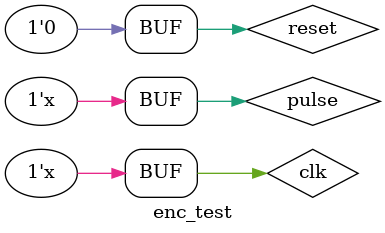
<source format=v>
`timescale 1ns / 1ps


module enc_test;

	// Inputs
	reg clk;
	reg pulse;
	reg reset;

	// Outputs
	wire [6:0] enc;
	wire new_clk;
	// Instantiate the Unit Under Test (UUT)
	Encoder uut (
		.clk(clk), 
		.pulse(pulse), 
		.reset(reset), 
		.enc(enc),
		.new_clk(new_clk)
		);
	always
	#10 clk=~clk;
	always
	#11788 pulse=~pulse;
	
	initial begin
		// Initialize Inputs
		clk = 0;
		pulse = 0;
		reset = 0;

		// Wait 100 ns for global reset to finish
		#100;
        
		// Add stimulus here

	end
      
endmodule


</source>
